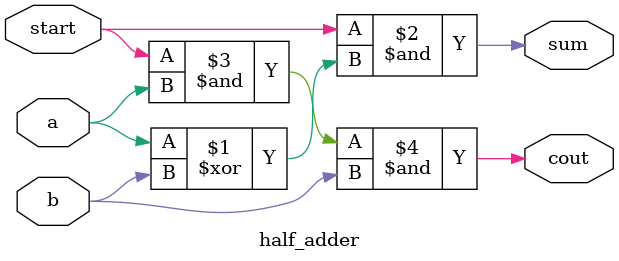
<source format=v>
`timescale 1ns / 1ps

module half_adder(start, a, b, sum, cout);
input start;
input a, b;
output sum, cout;

assign sum = start  & (a^b);   
assign cout = start & a&b;
endmodule

</source>
